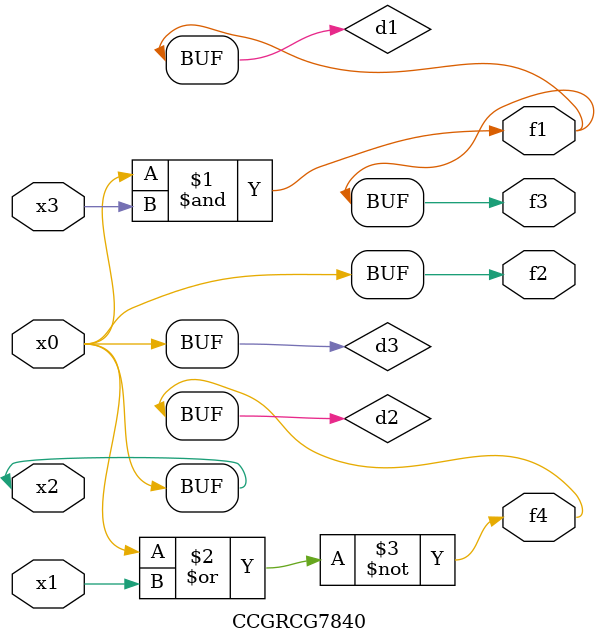
<source format=v>
module CCGRCG7840(
	input x0, x1, x2, x3,
	output f1, f2, f3, f4
);

	wire d1, d2, d3;

	and (d1, x2, x3);
	nor (d2, x0, x1);
	buf (d3, x0, x2);
	assign f1 = d1;
	assign f2 = d3;
	assign f3 = d1;
	assign f4 = d2;
endmodule

</source>
